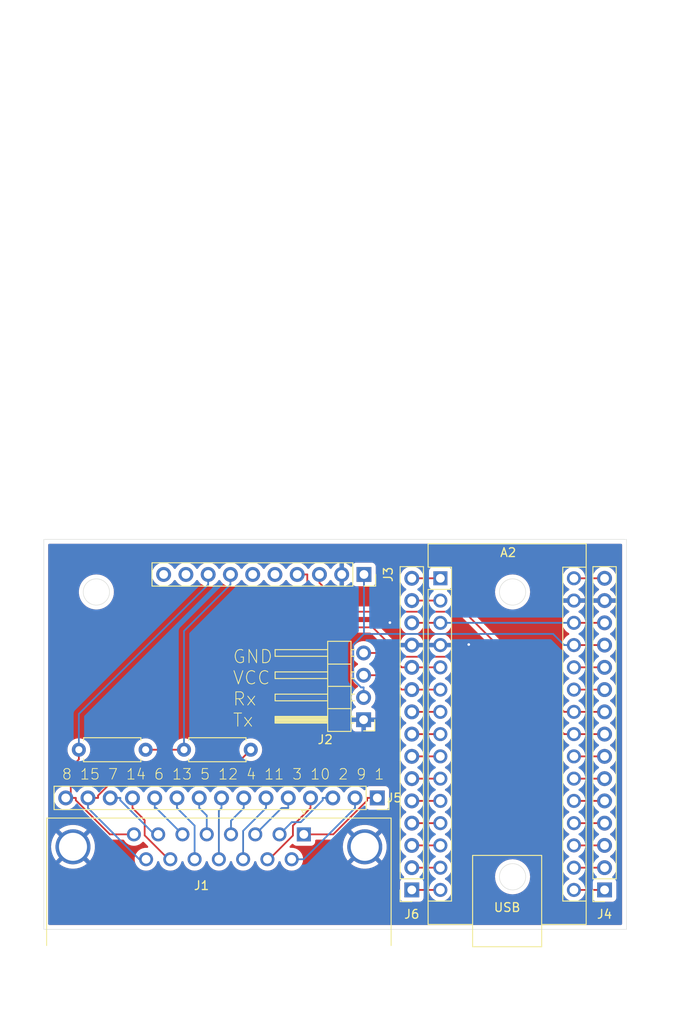
<source format=kicad_pcb>
(kicad_pcb (version 20240108) (generator "pcbnew") (generator_version "8.0")
  (layers (0 "F.Cu" signal) (31 "B.Cu" signal) (34 "B.Paste" user) (35 "F.Paste" user) (36 "B.SilkS" user "B.Silkscreen") (37 "F.SilkS" user "F.Silkscreen") (38 "B.Mask" user) (39 "F.Mask" user) (44 "Edge.Cuts" user))
  (net 0 "")
  (net 1 "GND")
  (net 2 "Net-(J4-Pin_13)")
  (net 3 "Net-(A2-D11)")
  (net 4 "Net-(A2-D5)")
  (net 5 "Net-(A2-D10)")
  (net 6 "Net-(A2-D0{slash}RX)")
  (net 7 "Net-(A2-A3)")
  (net 8 "Net-(A2-A2)")
  (net 9 "Net-(A2-A7)")
  (net 10 "Net-(A2-3V3)")
  (net 11 "Net-(A2-AREF)")
  (net 12 "Net-(A2-A1)")
  (net 13 "Net-(A2-VIN)")
  (net 14 "Net-(A2-D8)")
  (net 15 "Net-(J1-P15)")
  (net 16 "Net-(J3-Pin_8)")
  (net 17 "Net-(J3-Pin_7)")
  (net 22 "Net-(A2-D7)")
  (net 23 "Net-(A2-A0)")
  (net 24 "Net-(A2-D9)")
  (net 25 "Net-(A2-A6)")
  (net 26 "Net-(A2-D4)")
  (net 27 "Net-(A2-D6)")
  (net 28 "Net-(A2-D13)")
  (net 29 "Net-(A2-D1{slash}TX)")
  (net 30 "Net-(A2-D12)")
  (net 31 "Net-(J1-P14)")
  (net 32 "Net-(J5-Pin_5)")
  (net 33 "Net-(A2-A4)")
  (net 34 "Net-(A2-+5V)")
  (net 35 "Net-(A2-A5)")
  (net 36 "Net-(A2-D2)")
  (net 37 "Net-(A2-D3)")
  (net 38 "Net-(J1-P13)")
  (net 39 "Net-(J5-Pin_7)")
  (net 40 "Net-(J5-Pin_3)")
  (net 41 "Net-(J1-P9)")
  (net 42 "Net-(J1-P12)")
  (net 43 "Net-(J1-P111)")
  (net 44 "Net-(J5-Pin_1)")
  (net 45 "Net-(J1-P10)")
  (net 46 "Net-(J5-Pin_9)")
  (net 47 "Net-(J5-Pin_13)")
  (net 48 "Net-(J5-Pin_11)")
  (footprint "Connector_PinSocket_2.54mm:PinSocket_1x15_P2.54mm_Vertical" (layer "F.Cu") (at 128 123.5 180)
    (property "Reference" "J4" (at 0 -2.77 0) (layer "F.SilkS"))
    (property "Value" "Conn_01x15_Socket")
    (fp_line (start 1.33 1.27) (end 1.33 36.89) (stroke (width 0.12)) (layer "F.SilkS"))
    (fp_line (start 1.33 -1.33) (end 1.33 0) (stroke (width 0.12)) (layer "F.SilkS"))
    (fp_line (start 0 -1.33) (end 1.33 -1.33) (stroke (width 0.12)) (layer "F.SilkS"))
    (fp_line (start -1.33 36.89) (end 1.33 36.89) (stroke (width 0.12)) (layer "F.SilkS"))
    (fp_line (start -1.33 1.27) (end 1.33 1.27) (stroke (width 0.12)) (layer "F.SilkS"))
    (fp_line (start -1.33 1.27) (end -1.33 36.89) (stroke (width 0.12)) (layer "F.SilkS"))
    (pad "1" thru_hole rect (at 0 0 180) (size 1.7 1.7) (drill 1) (layers "*.Cu" "*.Mask") (net 28 "Net-(A2-D13)"))
    (pad "2" thru_hole oval (at 0 2.54 180) (size 1.7 1.7) (drill 1) (layers "*.Cu" "*.Mask") (net 10 "Net-(A2-3V3)"))
    (pad "3" thru_hole oval (at 0 5.08 180) (size 1.7 1.7) (drill 1) (layers "*.Cu" "*.Mask") (net 11 "Net-(A2-AREF)"))
    (pad "4" thru_hole oval (at 0 7.62 180) (size 1.7 1.7) (drill 1) (layers "*.Cu" "*.Mask") (net 23 "Net-(A2-A0)"))
    (pad "5" thru_hole oval (at 0 10.16 180) (size 1.7 1.7) (drill 1) (layers "*.Cu" "*.Mask") (net 12 "Net-(A2-A1)"))
    (pad "6" thru_hole oval (at 0 12.7 180) (size 1.7 1.7) (drill 1) (layers "*.Cu" "*.Mask") (net 8 "Net-(A2-A2)"))
    (pad "7" thru_hole oval (at 0 15.24 180) (size 1.7 1.7) (drill 1) (layers "*.Cu" "*.Mask") (net 7 "Net-(A2-A3)"))
    (pad "8" thru_hole oval (at 0 17.78 180) (size 1.7 1.7) (drill 1) (layers "*.Cu" "*.Mask") (net 33 "Net-(A2-A4)"))
    (pad "9" thru_hole oval (at 0 20.32 180) (size 1.7 1.7) (drill 1) (layers "*.Cu" "*.Mask") (net 35 "Net-(A2-A5)"))
    (pad "10" thru_hole oval (at 0 22.86 180) (size 1.7 1.7) (drill 1) (layers "*.Cu" "*.Mask") (net 25 "Net-(A2-A6)"))
    (pad "11" thru_hole oval (at 0 25.4 180) (size 1.7 1.7) (drill 1) (layers "*.Cu" "*.Mask") (net 9 "Net-(A2-A7)"))
    (pad "12" thru_hole oval (at 0 27.94 180) (size 1.7 1.7) (drill 1) (layers "*.Cu" "*.Mask") (net 34 "Net-(A2-+5V)"))
    (pad "13" thru_hole oval (at 0 30.48 180) (size 1.7 1.7) (drill 1) (layers "*.Cu" "*.Mask") (net 2 "Net-(J4-Pin_13)"))
    (pad "14" thru_hole oval (at 0 33.02 180) (size 1.7 1.7) (drill 1) (layers "*.Cu" "*.Mask") (net 1 "GND"))
    (pad "15" thru_hole oval (at 0 35.56 180) (size 1.7 1.7) (drill 1) (layers "*.Cu" "*.Mask") (net 13 "Net-(A2-VIN)"))
  )
  (footprint "Connector_PinSocket_2.54mm:PinSocket_1x15_P2.54mm_Vertical" (layer "F.Cu") (at 106 123.5 180)
    (property "Reference" "J6" (at 0 -2.77 0) (layer "F.SilkS"))
    (property "Value" "Conn_01x15_Socket")
    (fp_line (start 1.33 1.27) (end 1.33 36.89) (stroke (width 0.12)) (layer "F.SilkS"))
    (fp_line (start 1.33 -1.33) (end 1.33 0) (stroke (width 0.12)) (layer "F.SilkS"))
    (fp_line (start 0 -1.33) (end 1.33 -1.33) (stroke (width 0.12)) (layer "F.SilkS"))
    (fp_line (start -1.33 36.89) (end 1.33 36.89) (stroke (width 0.12)) (layer "F.SilkS"))
    (fp_line (start -1.33 1.27) (end 1.33 1.27) (stroke (width 0.12)) (layer "F.SilkS"))
    (fp_line (start -1.33 1.27) (end -1.33 36.89) (stroke (width 0.12)) (layer "F.SilkS"))
    (pad "1" thru_hole rect (at 0 0 180) (size 1.7 1.7) (drill 1) (layers "*.Cu" "*.Mask") (net 30 "Net-(A2-D12)"))
    (pad "2" thru_hole oval (at 0 2.54 180) (size 1.7 1.7) (drill 1) (layers "*.Cu" "*.Mask") (net 3 "Net-(A2-D11)"))
    (pad "3" thru_hole oval (at 0 5.08 180) (size 1.7 1.7) (drill 1) (layers "*.Cu" "*.Mask") (net 5 "Net-(A2-D10)"))
    (pad "4" thru_hole oval (at 0 7.62 180) (size 1.7 1.7) (drill 1) (layers "*.Cu" "*.Mask") (net 24 "Net-(A2-D9)"))
    (pad "5" thru_hole oval (at 0 10.16 180) (size 1.7 1.7) (drill 1) (layers "*.Cu" "*.Mask") (net 14 "Net-(A2-D8)"))
    (pad "6" thru_hole oval (at 0 12.7 180) (size 1.7 1.7) (drill 1) (layers "*.Cu" "*.Mask") (net 22 "Net-(A2-D7)"))
    (pad "7" thru_hole oval (at 0 15.24 180) (size 1.7 1.7) (drill 1) (layers "*.Cu" "*.Mask") (net 27 "Net-(A2-D6)"))
    (pad "8" thru_hole oval (at 0 17.78 180) (size 1.7 1.7) (drill 1) (layers "*.Cu" "*.Mask") (net 4 "Net-(A2-D5)"))
    (pad "9" thru_hole oval (at 0 20.32 180) (size 1.7 1.7) (drill 1) (layers "*.Cu" "*.Mask") (net 26 "Net-(A2-D4)"))
    (pad "10" thru_hole oval (at 0 22.86 180) (size 1.7 1.7) (drill 1) (layers "*.Cu" "*.Mask") (net 37 "Net-(A2-D3)"))
    (pad "11" thru_hole oval (at 0 25.4 180) (size 1.7 1.7) (drill 1) (layers "*.Cu" "*.Mask") (net 36 "Net-(A2-D2)"))
    (pad "12" thru_hole oval (at 0 27.94 180) (size 1.7 1.7) (drill 1) (layers "*.Cu" "*.Mask") (net 1 "GND"))
    (pad "13" thru_hole oval (at 0 30.48 180) (size 1.7 1.7) (drill 1) (layers "*.Cu" "*.Mask") (net 2 "Net-(J4-Pin_13)"))
    (pad "14" thru_hole oval (at 0 33.02 180) (size 1.7 1.7) (drill 1) (layers "*.Cu" "*.Mask") (net 6 "Net-(A2-D0{slash}RX)"))
    (pad "15" thru_hole oval (at 0 35.56 180) (size 1.7 1.7) (drill 1) (layers "*.Cu" "*.Mask") (net 29 "Net-(A2-D1{slash}TX)"))
  )
  (footprint "Connector_PinHeader_2.54mm:PinHeader_1x04_P2.54mm_Horizontal" (layer "F.Cu") (at 100.5 104.08 180)
    (property "Reference" "J2" (at 4.385 -2.27 180) (layer "F.SilkS"))
    (property "Value" "Conn_01x04_Pin")
    (fp_line (start 10.1 8) (end 4.1 8) (stroke (width 0.12)) (layer "F.SilkS"))
    (fp_line (start 10.1 7.24) (end 10.1 8) (stroke (width 0.12)) (layer "F.SilkS"))
    (fp_line (start 10.1 5.46) (end 4.1 5.46) (stroke (width 0.12)) (layer "F.SilkS"))
    (fp_line (start 10.1 4.7) (end 10.1 5.46) (stroke (width 0.12)) (layer "F.SilkS"))
    (fp_line (start 10.1 2.92) (end 4.1 2.92) (stroke (width 0.12)) (layer "F.SilkS"))
    (fp_line (start 10.1 2.16) (end 10.1 2.92) (stroke (width 0.12)) (layer "F.SilkS"))
    (fp_line (start 10.1 0.38) (end 4.1 0.38) (stroke (width 0.12)) (layer "F.SilkS"))
    (fp_line (start 10.1 -0.38) (end 10.1 0.38) (stroke (width 0.12)) (layer "F.SilkS"))
    (fp_line (start 4.1 8.95) (end 4.1 -1.33) (stroke (width 0.12)) (layer "F.SilkS"))
    (fp_line (start 4.1 7.24) (end 10.1 7.24) (stroke (width 0.12)) (layer "F.SilkS"))
    (fp_line (start 4.1 4.7) (end 10.1 4.7) (stroke (width 0.12)) (layer "F.SilkS"))
    (fp_line (start 4.1 2.16) (end 10.1 2.16) (stroke (width 0.12)) (layer "F.SilkS"))
    (fp_line (start 4.1 0.28) (end 10.1 0.28) (stroke (width 0.12)) (layer "F.SilkS"))
    (fp_line (start 4.1 0.16) (end 10.1 0.16) (stroke (width 0.12)) (layer "F.SilkS"))
    (fp_line (start 4.1 0.04) (end 10.1 0.04) (stroke (width 0.12)) (layer "F.SilkS"))
    (fp_line (start 4.1 -0.08) (end 10.1 -0.08) (stroke (width 0.12)) (layer "F.SilkS"))
    (fp_line (start 4.1 -0.2) (end 10.1 -0.2) (stroke (width 0.12)) (layer "F.SilkS"))
    (fp_line (start 4.1 -0.32) (end 10.1 -0.32) (stroke (width 0.12)) (layer "F.SilkS"))
    (fp_line (start 4.1 -0.38) (end 10.1 -0.38) (stroke (width 0.12)) (layer "F.SilkS"))
    (fp_line (start 4.1 -1.33) (end 1.44 -1.33) (stroke (width 0.12)) (layer "F.SilkS"))
    (fp_line (start 1.44 8.95) (end 4.1 8.95) (stroke (width 0.12)) (layer "F.SilkS"))
    (fp_line (start 1.44 6.35) (end 4.1 6.35) (stroke (width 0.12)) (layer "F.SilkS"))
    (fp_line (start 1.44 3.81) (end 4.1 3.81) (stroke (width 0.12)) (layer "F.SilkS"))
    (fp_line (start 1.44 1.27) (end 4.1 1.27) (stroke (width 0.12)) (layer "F.SilkS"))
    (fp_line (start 1.44 -1.33) (end 1.44 8.95) (stroke (width 0.12)) (layer "F.SilkS"))
    (fp_line (start 1.11 0.38) (end 1.44 0.38) (stroke (width 0.12)) (layer "F.SilkS"))
    (fp_line (start 1.11 -0.38) (end 1.44 -0.38) (stroke (width 0.12)) (layer "F.SilkS"))
    (fp_line (start 1.042929 8) (end 1.44 8) (stroke (width 0.12)) (layer "F.SilkS"))
    (fp_line (start 1.042929 7.24) (end 1.44 7.24) (stroke (width 0.12)) (layer "F.SilkS"))
    (fp_line (start 1.042929 5.46) (end 1.44 5.46) (stroke (width 0.12)) (layer "F.SilkS"))
    (fp_line (start 1.042929 4.7) (end 1.44 4.7) (stroke (width 0.12)) (layer "F.SilkS"))
    (fp_line (start 1.042929 2.92) (end 1.44 2.92) (stroke (width 0.12)) (layer "F.SilkS"))
    (fp_line (start 1.042929 2.16) (end 1.44 2.16) (stroke (width 0.12)) (layer "F.SilkS"))
    (fp_line (start -1.27 0) (end -1.27 -1.27) (stroke (width 0.12)) (layer "F.SilkS"))
    (fp_line (start -1.27 -1.27) (end 0 -1.27) (stroke (width 0.12)) (layer "F.SilkS"))
    (pad "1" thru_hole rect (at 0 0 180) (size 1.7 1.7) (drill 1) (layers "*.Cu" "*.Mask") (net 1 "GND"))
    (pad "2" thru_hole oval (at 0 2.54 180) (size 1.7 1.7) (drill 1) (layers "*.Cu" "*.Mask") (net 34 "Net-(A2-+5V)"))
    (pad "3" thru_hole oval (at 0 5.08 180) (size 1.7 1.7) (drill 1) (layers "*.Cu" "*.Mask") (net 37 "Net-(A2-D3)"))
    (pad "4" thru_hole oval (at 0 7.62 180) (size 1.7 1.7) (drill 1) (layers "*.Cu" "*.Mask") (net 36 "Net-(A2-D2)"))
  )
  (footprint "Connector_PinSocket_2.54mm:PinSocket_1x10_P2.54mm_Vertical" (layer "F.Cu") (at 100.54 87.5 -90)
    (property "Reference" "J3" (at 0 -2.77 90) (layer "F.SilkS"))
    (property "Value" "Conn_01x10_Socket")
    (fp_line (start -1.33 24.19) (end 1.33 24.19) (stroke (width 0.12)) (layer "F.SilkS"))
    (fp_line (start -1.33 1.27) (end -1.33 24.19) (stroke (width 0.12)) (layer "F.SilkS"))
    (fp_line (start -1.33 1.27) (end 1.33 1.27) (stroke (width 0.12)) (layer "F.SilkS"))
    (fp_line (start 1.33 1.27) (end 1.33 24.19) (stroke (width 0.12)) (layer "F.SilkS"))
    (fp_line (start 0 -1.33) (end 1.33 -1.33) (stroke (width 0.12)) (layer "F.SilkS"))
    (fp_line (start 1.33 -1.33) (end 1.33 0) (stroke (width 0.12)) (layer "F.SilkS"))
    (pad "1" thru_hole rect (at 0 0 270) (size 1.7 1.7) (drill 1) (layers "*.Cu" "*.Mask") (net 34 "Net-(A2-+5V)"))
    (pad "2" thru_hole oval (at 0 2.54 270) (size 1.7 1.7) (drill 1) (layers "*.Cu" "*.Mask") (net 1 "GND"))
    (pad "3" thru_hole oval (at 0 5.08 270) (size 1.7 1.7) (drill 1) (layers "*.Cu" "*.Mask") (net 35 "Net-(A2-A5)"))
    (pad "4" thru_hole oval (at 0 7.62 270) (size 1.7 1.7) (drill 1) (layers "*.Cu" "*.Mask") (net 33 "Net-(A2-A4)"))
    (pad "5" thru_hole oval (at 0 10.16 270) (size 1.7 1.7) (drill 1) (layers "*.Cu" "*.Mask"))
    (pad "6" thru_hole oval (at 0 12.7 270) (size 1.7 1.7) (drill 1) (layers "*.Cu" "*.Mask"))
    (pad "7" thru_hole oval (at 0 15.24 270) (size 1.7 1.7) (drill 1) (layers "*.Cu" "*.Mask") (net 17 "Net-(J3-Pin_7)"))
    (pad "8" thru_hole oval (at 0 17.78 270) (size 1.7 1.7) (drill 1) (layers "*.Cu" "*.Mask") (net 16 "Net-(J3-Pin_8)"))
    (pad "9" thru_hole oval (at 0 20.32 270) (size 1.7 1.7) (drill 1) (layers "*.Cu" "*.Mask"))
    (pad "10" thru_hole oval (at 0 22.86 270) (size 1.7 1.7) (drill 1) (layers "*.Cu" "*.Mask"))
  )
  (footprint "Connector_PinSocket_2.54mm:PinSocket_1x15_P2.54mm_Vertical" (layer "F.Cu") (at 102.06 113 -90)
    (property "Reference" "J5" (at 0 -1.94 180) (layer "F.SilkS"))
    (property "Value" "Conn_01x15_Socket_SubD15_Header")
    (fp_line (start -1.33 36.89) (end 1.33 36.89) (stroke (width 0.12)) (layer "F.SilkS"))
    (fp_line (start -1.33 1.27) (end -1.33 36.89) (stroke (width 0.12)) (layer "F.SilkS"))
    (fp_line (start -1.33 1.27) (end 1.33 1.27) (stroke (width 0.12)) (layer "F.SilkS"))
    (fp_line (start 1.33 1.27) (end 1.33 36.89) (stroke (width 0.12)) (layer "F.SilkS"))
    (fp_line (start 0 -1.33) (end 1.33 -1.33) (stroke (width 0.12)) (layer "F.SilkS"))
    (fp_line (start 1.33 -1.33) (end 1.33 0) (stroke (width 0.12)) (layer "F.SilkS"))
    (pad "1" thru_hole rect (at 0 0 270) (size 1.7 1.7) (drill 1) (layers "*.Cu" "*.Mask") (net 44 "Net-(J5-Pin_1)"))
    (pad "2" thru_hole oval (at 0 2.54 270) (size 1.7 1.7) (drill 1) (layers "*.Cu" "*.Mask") (net 41 "Net-(J1-P9)"))
    (pad "3" thru_hole oval (at 0 5.08 270) (size 1.7 1.7) (drill 1) (layers "*.Cu" "*.Mask") (net 40 "Net-(J5-Pin_3)"))
    (pad "4" thru_hole oval (at 0 7.62 270) (size 1.7 1.7) (drill 1) (layers "*.Cu" "*.Mask") (net 45 "Net-(J1-P10)"))
    (pad "5" thru_hole oval (at 0 10.16 270) (size 1.7 1.7) (drill 1) (layers "*.Cu" "*.Mask") (net 32 "Net-(J5-Pin_5)"))
    (pad "6" thru_hole oval (at 0 12.7 270) (size 1.7 1.7) (drill 1) (layers "*.Cu" "*.Mask") (net 43 "Net-(J1-P111)"))
    (pad "7" thru_hole oval (at 0 15.24 270) (size 1.7 1.7) (drill 1) (layers "*.Cu" "*.Mask") (net 39 "Net-(J5-Pin_7)"))
    (pad "8" thru_hole oval (at 0 17.78 270) (size 1.7 1.7) (drill 1) (layers "*.Cu" "*.Mask") (net 42 "Net-(J1-P12)"))
    (pad "9" thru_hole oval (at 0 20.32 270) (size 1.7 1.7) (drill 1) (layers "*.Cu" "*.Mask") (net 46 "Net-(J5-Pin_9)"))
    (pad "10" thru_hole oval (at 0 22.86 270) (size 1.7 1.7) (drill 1) (layers "*.Cu" "*.Mask") (net 38 "Net-(J1-P13)"))
    (pad "11" thru_hole oval (at 0 25.4 270) (size 1.7 1.7) (drill 1) (layers "*.Cu" "*.Mask") (net 48 "Net-(J5-Pin_11)"))
    (pad "12" thru_hole oval (at 0 27.94 270) (size 1.7 1.7) (drill 1) (layers "*.Cu" "*.Mask") (net 31 "Net-(J1-P14)"))
    (pad "13" thru_hole oval (at 0 30.48 270) (size 1.7 1.7) (drill 1) (layers "*.Cu" "*.Mask") (net 47 "Net-(J5-Pin_13)"))
    (pad "14" thru_hole oval (at 0 33.02 270) (size 1.7 1.7) (drill 1) (layers "*.Cu" "*.Mask") (net 15 "Net-(J1-P15)"))
    (pad "15" thru_hole oval (at 0 35.56 270) (size 1.7 1.7) (drill 1) (layers "*.Cu" "*.Mask") (net 16 "Net-(J3-Pin_8)"))
  )
  (footprint "Resistor_THT:R_Axial_DIN0207_L6.3mm_D2.5mm_P7.62mm_Horizontal" (layer "F.Cu") (at 87.62 107.5 180)
    (property "Reference" "R1" (hide yes))
    (property "Value" "R")
    (fp_line (start 7.08 1.37) (end 7.08 1.04) (stroke (width 0.12)) (layer "F.SilkS"))
    (fp_line (start 7.08 -1.37) (end 7.08 -1.04) (stroke (width 0.12)) (layer "F.SilkS"))
    (fp_line (start 0.54 1.37) (end 7.08 1.37) (stroke (width 0.12)) (layer "F.SilkS"))
    (fp_line (start 0.54 1.04) (end 0.54 1.37) (stroke (width 0.12)) (layer "F.SilkS"))
    (fp_line (start 0.54 -1.04) (end 0.54 -1.37) (stroke (width 0.12)) (layer "F.SilkS"))
    (fp_line (start 0.54 -1.37) (end 7.08 -1.37) (stroke (width 0.12)) (layer "F.SilkS"))
    (pad "1" thru_hole circle (at 0 0 180) (size 1.6 1.6) (drill 0.8) (layers "*.Cu" "*.Mask") (net 15 "Net-(J1-P15)"))
    (pad "2" thru_hole oval (at 7.62 0 180) (size 1.6 1.6) (drill 0.8) (layers "*.Cu" "*.Mask") (net 17 "Net-(J3-Pin_7)"))
  )
  (footprint "Connector_Dsub:DSUB-15_Female_Horizontal_P2.77x2.84mm_EdgePinOffset9.90mm_Housed_MountingHolesOffset11.32mm" (layer "F.Cu") (at 93.675 117.16)
    (property "Reference" "J1" (at -11.675 5.84 0) (layer "F.SilkS"))
    (property "Value" "DA15_Receptacle_MountingHoles")
    (fp_line (start -29.355 -1.86) (end 9.965 -1.86) (stroke (width 0.12)) (layer "F.SilkS"))
    (fp_line (start -29.355 12.68) (end -29.355 -1.86) (stroke (width 0.12)) (layer "F.SilkS"))
    (fp_line (start -0.25 -2.754338) (end 0.25 -2.754338) (stroke (width 0.12)) (layer "F.SilkS"))
    (fp_line (start 0 -2.321325) (end -0.25 -2.754338) (stroke (width 0.12)) (layer "F.SilkS"))
    (fp_line (start 0.25 -2.754338) (end 0 -2.321325) (stroke (width 0.12)) (layer "F.SilkS"))
    (fp_line (start 9.965 -1.86) (end 9.965 12.68) (stroke (width 0.12)) (layer "F.SilkS"))
    (pad "0" thru_hole circle (at -26.345 1.42) (size 4 4) (drill 3.2) (layers "*.Cu" "*.Mask") (net 1 "GND"))
    (pad "0" thru_hole circle (at 6.955 1.42) (size 4 4) (drill 3.2) (layers "*.Cu" "*.Mask") (net 1 "GND"))
    (pad "1" thru_hole rect (at 0 0) (size 1.6 1.6) (drill 1) (layers "*.Cu" "*.Mask") (net 44 "Net-(J5-Pin_1)"))
    (pad "2" thru_hole circle (at -2.77 0) (size 1.6 1.6) (drill 1) (layers "*.Cu" "*.Mask") (net 40 "Net-(J5-Pin_3)"))
    (pad "3" thru_hole circle (at -5.54 0) (size 1.6 1.6) (drill 1) (layers "*.Cu" "*.Mask") (net 32 "Net-(J5-Pin_5)"))
    (pad "4" thru_hole circle (at -8.31 0) (size 1.6 1.6) (drill 1) (layers "*.Cu" "*.Mask") (net 39 "Net-(J5-Pin_7)"))
    (pad "5" thru_hole circle (at -11.08 0) (size 1.6 1.6) (drill 1) (layers "*.Cu" "*.Mask") (net 46 "Net-(J5-Pin_9)"))
    (pad "6" thru_hole circle (at -13.85 0) (size 1.6 1.6) (drill 1) (layers "*.Cu" "*.Mask") (net 48 "Net-(J5-Pin_11)"))
    (pad "7" thru_hole circle (at -16.62 0) (size 1.6 1.6) (drill 1) (layers "*.Cu" "*.Mask") (net 47 "Net-(J5-Pin_13)"))
    (pad "8" thru_hole circle (at -19.39 0) (size 1.6 1.6) (drill 1) (layers "*.Cu" "*.Mask") (net 16 "Net-(J3-Pin_8)"))
    (pad "9" thru_hole circle (at -1.385 2.84) (size 1.6 1.6) (drill 1) (layers "*.Cu" "*.Mask") (net 41 "Net-(J1-P9)"))
    (pad "10" thru_hole circle (at -4.155 2.84) (size 1.6 1.6) (drill 1) (layers "*.Cu" "*.Mask") (net 45 "Net-(J1-P10)"))
    (pad "11" thru_hole circle (at -6.925 2.84) (size 1.6 1.6) (drill 1) (layers "*.Cu" "*.Mask") (net 43 "Net-(J1-P111)"))
    (pad "12" thru_hole circle (at -9.695 2.84) (size 1.6 1.6) (drill 1) (layers "*.Cu" "*.Mask") (net 42 "Net-(J1-P12)"))
    (pad "13" thru_hole circle (at -12.465 2.84) (size 1.6 1.6) (drill 1) (layers "*.Cu" "*.Mask") (net 38 "Net-(J1-P13)"))
    (pad "14" thru_hole circle (at -15.235 2.84) (size 1.6 1.6) (drill 1) (layers "*.Cu" "*.Mask") (net 31 "Net-(J1-P14)"))
    (pad "15" thru_hole circle (at -18.005 2.84) (size 1.6 1.6) (drill 1) (layers "*.Cu" "*.Mask") (net 15 "Net-(J1-P15)"))
  )
  (footprint "Module:Arduino_Nano" (layer "F.Cu") (at 109.26 87.94)
    (property "Reference" "A2" (at 7.74 -2.94 0) (layer "F.SilkS"))
    (property "Value" "Arduino_Nano_v3.x")
    (fp_line (start -1.4 -3.94) (end -1.4 -1.27) (stroke (width 0.12)) (layer "F.SilkS"))
    (fp_line (start -1.4 1.27) (end -1.4 39.5) (stroke (width 0.12)) (layer "F.SilkS"))
    (fp_line (start -1.4 39.5) (end 3.68 39.5) (stroke (width 0.12)) (layer "F.SilkS"))
    (fp_line (start 1.27 -1.27) (end -1.4 -1.27) (stroke (width 0.12)) (layer "F.SilkS"))
    (fp_line (start 1.27 1.27) (end -1.4 1.27) (stroke (width 0.12)) (layer "F.SilkS"))
    (fp_line (start 1.27 1.27) (end 1.27 -1.27) (stroke (width 0.12)) (layer "F.SilkS"))
    (fp_line (start 1.27 1.27) (end 1.27 36.83) (stroke (width 0.12)) (layer "F.SilkS"))
    (fp_line (start 1.27 36.83) (end -1.4 36.83) (stroke (width 0.12)) (layer "F.SilkS"))
    (fp_line (start 3.68 31.62) (end 11.56 31.62) (stroke (width 0.12)) (layer "F.SilkS"))
    (fp_line (start 3.68 42.04) (end 3.68 31.62) (stroke (width 0.12)) (layer "F.SilkS"))
    (fp_line (start 11.56 31.62) (end 11.56 42.04) (stroke (width 0.12)) (layer "F.SilkS"))
    (fp_line (start 11.56 42.04) (end 3.68 42.04) (stroke (width 0.12)) (layer "F.SilkS"))
    (fp_line (start 13.97 -1.27) (end 13.97 36.83) (stroke (width 0.12)) (layer "F.SilkS"))
    (fp_line (start 13.97 -1.27) (end 16.64 -1.27) (stroke (width 0.12)) (layer "F.SilkS"))
    (fp_line (start 13.97 36.83) (end 16.64 36.83) (stroke (width 0.12)) (layer "F.SilkS"))
    (fp_line (start 16.64 -3.94) (end -1.4 -3.94) (stroke (width 0.12)) (layer "F.SilkS"))
    (fp_line (start 16.64 39.5) (end 11.56 39.5) (stroke (width 0.12)) (layer "F.SilkS"))
    (fp_line (start 16.64 39.5) (end 16.64 -3.94) (stroke (width 0.12)) (layer "F.SilkS"))
    (fp_text user "USB" (at 7.62 37.56 0) (layer "F.SilkS"))
    (pad "1" thru_hole rect (at 0 0) (size 1.6 1.6) (drill 1) (layers "*.Cu" "*.Mask") (net 29 "Net-(A2-D1{slash}TX)"))
    (pad "2" thru_hole oval (at 0 2.54) (size 1.6 1.6) (drill 1) (layers "*.Cu" "*.Mask") (net 6 "Net-(A2-D0{slash}RX)"))
    (pad "3" thru_hole oval (at 0 5.08) (size 1.6 1.6) (drill 1) (layers "*.Cu" "*.Mask") (net 2 "Net-(J4-Pin_13)"))
    (pad "4" thru_hole oval (at 0 7.62) (size 1.6 1.6) (drill 1) (layers "*.Cu" "*.Mask") (net 1 "GND"))
    (pad "5" thru_hole oval (at 0 10.16) (size 1.6 1.6) (drill 1) (layers "*.Cu" "*.Mask") (net 36 "Net-(A2-D2)"))
    (pad "6" thru_hole oval (at 0 12.7) (size 1.6 1.6) (drill 1) (layers "*.Cu" "*.Mask") (net 37 "Net-(A2-D3)"))
    (pad "7" thru_hole oval (at 0 15.24) (size 1.6 1.6) (drill 1) (layers "*.Cu" "*.Mask") (net 26 "Net-(A2-D4)"))
    (pad "8" thru_hole oval (at 0 17.78) (size 1.6 1.6) (drill 1) (layers "*.Cu" "*.Mask") (net 4 "Net-(A2-D5)"))
    (pad "9" thru_hole oval (at 0 20.32) (size 1.6 1.6) (drill 1) (layers "*.Cu" "*.Mask") (net 27 "Net-(A2-D6)"))
    (pad "10" thru_hole oval (at 0 22.86) (size 1.6 1.6) (drill 1) (layers "*.Cu" "*.Mask") (net 22 "Net-(A2-D7)"))
    (pad "11" thru_hole oval (at 0 25.4) (size 1.6 1.6) (drill 1) (layers "*.Cu" "*.Mask") (net 14 "Net-(A2-D8)"))
    (pad "12" thru_hole oval (at 0 27.94) (size 1.6 1.6) (drill 1) (layers "*.Cu" "*.Mask") (net 24 "Net-(A2-D9)"))
    (pad "13" thru_hole oval (at 0 30.48) (size 1.6 1.6) (drill 1) (layers "*.Cu" "*.Mask") (net 5 "Net-(A2-D10)"))
    (pad "14" thru_hole oval (at 0 33.02) (size 1.6 1.6) (drill 1) (layers "*.Cu" "*.Mask") (net 3 "Net-(A2-D11)"))
    (pad "15" thru_hole oval (at 0 35.56) (size 1.6 1.6) (drill 1) (layers "*.Cu" "*.Mask") (net 30 "Net-(A2-D12)"))
    (pad "16" thru_hole oval (at 15.24 35.56) (size 1.6 1.6) (drill 1) (layers "*.Cu" "*.Mask") (net 28 "Net-(A2-D13)"))
    (pad "17" thru_hole oval (at 15.24 33.02) (size 1.6 1.6) (drill 1) (layers "*.Cu" "*.Mask") (net 10 "Net-(A2-3V3)"))
    (pad "18" thru_hole oval (at 15.24 30.48) (size 1.6 1.6) (drill 1) (layers "*.Cu" "*.Mask") (net 11 "Net-(A2-AREF)"))
    (pad "19" thru_hole oval (at 15.24 27.94) (size 1.6 1.6) (drill 1) (layers "*.Cu" "*.Mask") (net 23 "Net-(A2-A0)"))
    (pad "20" thru_hole oval (at 15.24 25.4) (size 1.6 1.6) (drill 1) (layers "*.Cu" "*.Mask") (net 12 "Net-(A2-A1)"))
    (pad "21" thru_hole oval (at 15.24 22.86) (size 1.6 1.6) (drill 1) (layers "*.Cu" "*.Mask") (net 8 "Net-(A2-A2)"))
    (pad "22" thru_hole oval (at 15.24 20.32) (size 1.6 1.6) (drill 1) (layers "*.Cu" "*.Mask") (net 7 "Net-(A2-A3)"))
    (pad "23" thru_hole oval (at 15.24 17.78) (size 1.6 1.6) (drill 1) (layers "*.Cu" "*.Mask") (net 33 "Net-(A2-A4)"))
    (pad "24" thru_hole oval (at 15.24 15.24) (size 1.6 1.6) (drill 1) (layers "*.Cu" "*.Mask") (net 35 "Net-(A2-A5)"))
    (pad "25" thru_hole oval (at 15.24 12.7) (size 1.6 1.6) (drill 1) (layers "*.Cu" "*.Mask") (net 25 "Net-(A2-A6)"))
    (pad "26" thru_hole oval (at 15.24 10.16) (size 1.6 1.6) (drill 1) (layers "*.Cu" "*.Mask") (net 9 "Net-(A2-A7)"))
    (pad "27" thru_hole oval (at 15.24 7.62) (size 1.6 1.6) (drill 1) (layers "*.Cu" "*.Mask") (net 34 "Net-(A2-+5V)"))
    (pad "28" thru_hole oval (at 15.24 5.08) (size 1.6 1.6) (drill 1) (layers "*.Cu" "*.Mask") (net 2 "Net-(J4-Pin_13)"))
    (pad "29" thru_hole oval (at 15.24 2.54) (size 1.6 1.6) (drill 1) (layers "*.Cu" "*.Mask") (net 1 "GND"))
    (pad "30" thru_hole oval (at 15.24 0) (size 1.6 1.6) (drill 1) (layers "*.Cu" "*.Mask") (net 13 "Net-(A2-VIN)"))
  )
  (footprint "Resistor_THT:R_Axial_DIN0207_L6.3mm_D2.5mm_P7.62mm_Horizontal" (layer "F.Cu") (at 75.62 107.5 180)
    (property "Reference" "R2" (hide yes))
    (property "Value" "R")
    (fp_line (start 7.08 1.37) (end 7.08 1.04) (stroke (width 0.12)) (layer "F.SilkS"))
    (fp_line (start 7.08 -1.37) (end 7.08 -1.04) (stroke (width 0.12)) (layer "F.SilkS"))
    (fp_line (start 0.54 1.37) (end 7.08 1.37) (stroke (width 0.12)) (layer "F.SilkS"))
    (fp_line (start 0.54 1.04) (end 0.54 1.37) (stroke (width 0.12)) (layer "F.SilkS"))
    (fp_line (start 0.54 -1.04) (end 0.54 -1.37) (stroke (width 0.12)) (layer "F.SilkS"))
    (fp_line (start 0.54 -1.37) (end 7.08 -1.37) (stroke (width 0.12)) (layer "F.SilkS"))
    (pad "1" thru_hole circle (at 0 0 180) (size 1.6 1.6) (drill 0.8) (layers "*.Cu" "*.Mask") (net 17 "Net-(J3-Pin_7)"))
    (pad "2" thru_hole oval (at 7.62 0 180) (size 1.6 1.6) (drill 0.8) (layers "*.Cu" "*.Mask") (net 16 "Net-(J3-Pin_8)"))
  )
  (gr_circle (center 117.5 89.5) (end 119 89.5) (stroke (width 0.05)) (fill none) (layer "Edge.Cuts"))
  (gr_circle (center 70 89.5) (end 71.5 89.5) (stroke (width 0.05)) (fill none) (layer "Edge.Cuts"))
  (gr_rect (start 64 83.5) (end 130.5 128) (stroke (width 0.05)) (fill none) (layer "Edge.Cuts"))
  (gr_circle (center 117.5 122) (end 119 122) (stroke (width 0.05)) (fill none) (layer "Edge.Cuts"))
  (gr_text "8 15 7 14 6 13 5 12 4 11 3 10 2 9 1" (at 66 111 0) (layer "F.SilkS") (effects (font (size 1.2 1.2) (thickness 0.1)) (justify left bottom)))
  (gr_text "GND\nVCC\nRx\nTx" (at 85.5 105 0) (layer "F.SilkS") (effects (font (size 1.5 1.5) (thickness 0.1)) (justify left bottom)))
  (via (at 103.5 93) (size 0.6) (drill 0.3) (layers "F.Cu" "B.Cu") (net 1))
  (via (at 112.5 95.5) (size 0.6) (drill 0.3) (layers "F.Cu" "B.Cu") (net 1))
  (segment (start 109.26 93.02) (end 106 93.02) (width 0.2) (layer "F.Cu") (net 2))
  (segment (start 124.5 93.02) (end 128 93.02) (width 0.2) (layer "F.Cu") (net 2))
  (segment (start 124.5 93.02) (end 109.26 93.02) (width 0.2) (layer "B.Cu") (net 2))
  (segment (start 109.26 120.96) (end 106 120.96) (width 0.2) (layer "F.Cu") (net 3))
  (segment (start 109.26 105.72) (end 106 105.72) (width 0.2) (layer "F.Cu") (net 4))
  (segment (start 109.26 118.42) (end 106 118.42) (width 0.2) (layer "F.Cu") (net 5))
  (segment (start 109.26 90.48) (end 106 90.48) (width 0.2) (layer "F.Cu") (net 6))
  (segment (start 124.5 108.26) (end 128 108.26) (width 0.2) (layer "F.Cu") (net 7))
  (segment (start 124.5 110.8) (end 128 110.8) (width 0.2) (layer "F.Cu") (net 8))
  (segment (start 124.5 98.1) (end 128 98.1) (width 0.2) (layer "F.Cu") (net 9))
  (segment (start 124.5 120.96) (end 128 120.96) (width 0.2) (layer "F.Cu") (net 10))
  (segment (start 124.5 118.42) (end 128 118.42) (width 0.2) (layer "F.Cu") (net 11))
  (segment (start 124.5 113.34) (end 128 113.34) (width 0.2) (layer "F.Cu") (net 12))
  (segment (start 124.5 87.94) (end 128 87.94) (width 0.2) (layer "F.Cu") (net 13))
  (segment (start 109.26 113.34) (end 106 113.34) (width 0.2) (layer "F.Cu") (net 14))
  (segment (start 71.9956 110.9276) (end 70.1917 112.7315) (width 0.2) (layer "F.Cu") (net 15))
  (segment (start 84.1924 110.9276) (end 71.9956 110.9276) (width 0.2) (layer "F.Cu") (net 15))
  (segment (start 70.1917 112.7315) (end 70.1917 113) (width 0.2) (layer "F.Cu") (net 15))
  (segment (start 87.62 107.5) (end 84.1924 110.9276) (width 0.2) (layer "F.Cu") (net 15))
  (segment (start 69.04 113) (end 70.1917 113) (width 0.2) (layer "F.Cu") (net 15))
  (segment (start 69.04 113) (end 69.04 114.1517) (width 0.2) (layer "B.Cu") (net 15))
  (segment (start 75.67 120) (end 74.8883 120) (width 0.2) (layer "B.Cu") (net 15))
  (segment (start 74.8883 120) (end 69.04 114.1517) (width 0.2) (layer "B.Cu") (net 15))
  (segment (start 67.0759 113) (end 67.0759 109.5258) (width 0.2) (layer "F.Cu") (net 16))
  (segment (start 68 107.5) (end 68 108.6017) (width 0.2) (layer "F.Cu") (net 16))
  (segment (start 66.5 113) (end 67.0759 113) (width 0.2) (layer "F.Cu") (net 16))
  (segment (start 67.0759 109.5258) (end 68 108.6017) (width 0.2) (layer "F.Cu") (net 16))
  (segment (start 67.6517 113.2685) (end 67.6517 113) (width 0.2) (layer "F.Cu") (net 16))
  (segment (start 67.0759 113) (end 67.6517 113) (width 0.2) (layer "F.Cu") (net 16))
  (segment (start 71.5432 117.16) (end 67.6517 113.2685) (width 0.2) (layer "F.Cu") (net 16))
  (segment (start 74.285 117.16) (end 71.5432 117.16) (width 0.2) (layer "F.Cu") (net 16))
  (segment (start 82.76 87.5) (end 82.76 88.6517) (width 0.2) (layer "B.Cu") (net 16))
  (segment (start 82.76 88.6517) (end 68 103.4117) (width 0.2) (layer "B.Cu") (net 16))
  (segment (start 68 103.4117) (end 68 107.5) (width 0.2) (layer "B.Cu") (net 16))
  (segment (start 80 107.5) (end 75.62 107.5) (width 0.2) (layer "F.Cu") (net 17))
  (segment (start 85.3 87.5) (end 85.3 88.6517) (width 0.2) (layer "B.Cu") (net 17))
  (segment (start 85.3 88.6517) (end 80 93.9517) (width 0.2) (layer "B.Cu") (net 17))
  (segment (start 80 93.9517) (end 80 107.5) (width 0.2) (layer "B.Cu") (net 17))
  (segment (start 109.26 110.8) (end 106 110.8) (width 0.2) (layer "F.Cu") (net 22))
  (segment (start 124.5 115.88) (end 128 115.88) (width 0.2) (layer "F.Cu") (net 23))
  (segment (start 109.26 115.88) (end 106 115.88) (width 0.2) (layer "F.Cu") (net 24))
  (segment (start 124.5 100.64) (end 128 100.64) (width 0.2) (layer "F.Cu") (net 25))
  (segment (start 109.26 103.18) (end 106 103.18) (width 0.2) (layer "F.Cu") (net 26))
  (segment (start 109.26 108.26) (end 106 108.26) (width 0.2) (layer "F.Cu") (net 27))
  (segment (start 124.5 123.5) (end 128 123.5) (width 0.2) (layer "F.Cu") (net 28))
  (segment (start 109.26 87.94) (end 106 87.94) (width 0.2) (layer "F.Cu") (net 29))
  (segment (start 109.26 123.5) (end 106 123.5) (width 0.2) (layer "F.Cu") (net 30))
  (segment (start 78.44 120) (end 78.2361 120) (width 0.2) (layer "F.Cu") (net 31))
  (segment (start 75.5098 115.5415) (end 74.12 114.1517) (width 0.2) (layer "F.Cu") (net 31))
  (segment (start 78.2361 120) (end 75.5098 117.2737) (width 0.2) (layer "F.Cu") (net 31))
  (segment (start 74.12 113) (end 74.12 114.1517) (width 0.2) (layer "F.Cu") (net 31))
  (segment (start 75.5098 117.2737) (end 75.5098 115.5415) (width 0.2) (layer "F.Cu") (net 31))
  (segment (start 91.9 113) (end 91.9 114.1517) (width 0.2) (layer "B.Cu") (net 32))
  (segment (start 91.1433 114.1517) (end 91.9 114.1517) (width 0.2) (layer "B.Cu") (net 32))
  (segment (start 88.135 117.16) (end 91.1433 114.1517) (width 0.2) (layer "B.Cu") (net 32))
  (segment (start 97.0378 93.5378) (end 94.0717 90.5717) (width 0.2) (layer "F.Cu") (net 33))
  (segment (start 114.5683 96.89) (end 104.89 96.89) (width 0.2) (layer "F.Cu") (net 33))
  (segment (start 123.3983 105.72) (end 114.5683 96.89) (width 0.2) (layer "F.Cu") (net 33))
  (segment (start 94.0717 87.5) (end 92.92 87.5) (width 0.2) (layer "F.Cu") (net 33))
  (segment (start 94.0717 90.5717) (end 94.0717 87.5) (width 0.2) (layer "F.Cu") (net 33))
  (segment (start 101.5378 93.5378) (end 97.0378 93.5378) (width 0.2) (layer "F.Cu") (net 33))
  (segment (start 104.89 96.89) (end 101.5378 93.5378) (width 0.2) (layer "F.Cu") (net 33))
  (segment (start 128 105.72) (end 124.5 105.72) (width 0.2) (layer "F.Cu") (net 33))
  (segment (start 124.5 105.72) (end 123.3983 105.72) (width 0.2) (layer "F.Cu") (net 33))
  (segment (start 124.5 95.56) (end 128 95.56) (width 0.2) (layer "F.Cu") (net 34))
  (segment (start 99.3189 95.5111) (end 100.54 94.29) (width 0.2) (layer "B.Cu") (net 34))
  (segment (start 122.1283 94.29) (end 123.3983 95.56) (width 0.2) (layer "B.Cu") (net 34))
  (segment (start 100.5 100.3883) (end 100.2121 100.3883) (width 0.2) (layer "B.Cu") (net 34))
  (segment (start 124.5 95.56) (end 123.3983 95.56) (width 0.2) (layer "B.Cu") (net 34))
  (segment (start 100.5 101.54) (end 100.5 100.3883) (width 0.2) (layer "B.Cu") (net 34))
  (segment (start 100.2121 100.3883) (end 99.3189 99.4951) (width 0.2) (layer "B.Cu") (net 34))
  (segment (start 100.54 94.29) (end 122.1283 94.29) (width 0.2) (layer "B.Cu") (net 34))
  (segment (start 100.54 87.5) (end 100.54 94.29) (width 0.2) (layer "B.Cu") (net 34))
  (segment (start 99.3189 99.4951) (end 99.3189 95.5111) (width 0.2) (layer "B.Cu") (net 34))
  (segment (start 124.5 103.18) (end 128 103.18) (width 0.2) (layer "F.Cu") (net 35))
  (segment (start 123.3942 103.18) (end 124.5 103.18) (width 0.2) (layer "F.Cu") (net 35))
  (segment (start 95.46 88.46) (end 98.75 91.75) (width 0.2) (layer "F.Cu") (net 35))
  (segment (start 95.46 87.5) (end 95.46 88.46) (width 0.2) (layer "F.Cu") (net 35))
  (segment (start 98.75 91.75) (end 111.9642 91.75) (width 0.2) (layer "F.Cu") (net 35))
  (segment (start 111.9642 91.75) (end 123.3942 103.18) (width 0.2) (layer "F.Cu") (net 35))
  (segment (start 106 98.1) (end 104.8483 98.1) (width 0.2) (layer "F.Cu") (net 36))
  (segment (start 103.2083 96.46) (end 104.8483 98.1) (width 0.2) (layer "F.Cu") (net 36))
  (segment (start 109.26 98.1) (end 106 98.1) (width 0.2) (layer "F.Cu") (net 36))
  (segment (start 100.5 96.46) (end 103.2083 96.46) (width 0.2) (layer "F.Cu") (net 36))
  (segment (start 103.2083 99) (end 104.8483 100.64) (width 0.2) (layer "F.Cu") (net 37))
  (segment (start 109.26 100.64) (end 106 100.64) (width 0.2) (layer "F.Cu") (net 37))
  (segment (start 106 100.64) (end 104.8483 100.64) (width 0.2) (layer "F.Cu") (net 37))
  (segment (start 100.5 99) (end 103.2083 99) (width 0.2) (layer "F.Cu") (net 37))
  (segment (start 79.2 113) (end 79.2 114.1517) (width 0.2) (layer "B.Cu") (net 38))
  (segment (start 81.21 120) (end 81.21 116.1617) (width 0.2) (layer "B.Cu") (net 38))
  (segment (start 81.21 116.1617) (end 79.2 114.1517) (width 0.2) (layer "B.Cu") (net 38))
  (segment (start 86.82 113) (end 86.82 114.1517) (width 0.2) (layer "B.Cu") (net 39))
  (segment (start 85.365 115.6067) (end 86.82 114.1517) (width 0.2) (layer "B.Cu") (net 39))
  (segment (start 85.365 117.16) (end 85.365 115.6067) (width 0.2) (layer "B.Cu") (net 39))
  (segment (start 93.332 115.7648) (end 95.8283 113.2685) (width 0.2) (layer "B.Cu") (net 40))
  (segment (start 90.905 117.16) (end 92.3002 115.7648) (width 0.2) (layer "B.Cu") (net 40))
  (segment (start 95.8283 113.2685) (end 95.8283 113) (width 0.2) (layer "B.Cu") (net 40))
  (segment (start 96.98 113) (end 95.8283 113) (width 0.2) (layer "B.Cu") (net 40))
  (segment (start 92.3002 115.7648) (end 93.332 115.7648) (width 0.2) (layer "B.Cu") (net 40))
  (segment (start 92.29 120) (end 93.6717 120) (width 0.2) (layer "B.Cu") (net 41))
  (segment (start 93.6717 120) (end 99.52 114.1517) (width 0.2) (layer "B.Cu") (net 41))
  (segment (start 99.52 113) (end 99.52 114.1517) (width 0.2) (layer "B.Cu") (net 41))
  (segment (start 83.98 114.4517) (end 84.28 114.1517) (width 0.2) (layer "B.Cu") (net 42))
  (segment (start 83.98 120) (end 83.98 114.4517) (width 0.2) (layer "B.Cu") (net 42))
  (segment (start 84.28 113) (end 84.28 114.1517) (width 0.2) (layer "B.Cu") (net 42))
  (segment (start 86.75 116.7617) (end 89.36 114.1517) (width 0.2) (layer "B.Cu") (net 43))
  (segment (start 89.36 113) (end 89.36 114.1517) (width 0.2) (layer "B.Cu") (net 43))
  (segment (start 86.75 120) (end 86.75 116.7617) (width 0.2) (layer "B.Cu") (net 43))
  (segment (start 100.9083 113.2879) (end 100.9083 113) (width 0.2) (layer "F.Cu") (net 44))
  (segment (start 102.06 113) (end 100.9083 113) (width 0.2) (layer "F.Cu") (net 44))
  (segment (start 93.675 117.16) (end 97.0362 117.16) (width 0.2) (layer "F.Cu") (net 44))
  (segment (start 97.0362 117.16) (end 100.9083 113.2879) (width 0.2) (layer "F.Cu") (net 44))
  (segment (start 94.44 113) (end 94.44 114.1517) (width 0.2) (layer "F.Cu") (net 45))
  (segment (start 92.4316 117.2923) (end 92.4316 116.1601) (width 0.2) (layer "F.Cu") (net 45))
  (segment (start 89.52 120) (end 89.7239 120) (width 0.2) (layer "F.Cu") (net 45))
  (segment (start 89.7239 120) (end 92.4316 117.2923) (width 0.2) (layer "F.Cu") (net 45))
  (segment (start 92.4316 116.1601) (end 94.44 114.1517) (width 0.2) (layer "F.Cu") (net 45))
  (segment (start 81.74 113) (end 81.74 114.1517) (width 0.2) (layer "B.Cu") (net 46))
  (segment (start 82.595 117.16) (end 82.595 115.0067) (width 0.2) (layer "B.Cu") (net 46))
  (segment (start 82.595 115.0067) (end 81.74 114.1517) (width 0.2) (layer "B.Cu") (net 46))
  (segment (start 72.7317 113.2685) (end 72.7317 113) (width 0.2) (layer "B.Cu") (net 47))
  (segment (start 77.055 117.16) (end 76.6232 117.16) (width 0.2) (layer "B.Cu") (net 47))
  (segment (start 76.6232 117.16) (end 72.7317 113.2685) (width 0.2) (layer "B.Cu") (net 47))
  (segment (start 71.58 113) (end 72.7317 113) (width 0.2) (layer "B.Cu") (net 47))
  (segment (start 76.66 113) (end 76.66 114.1517) (width 0.2) (layer "B.Cu") (net 48))
  (segment (start 79.825 117.16) (end 76.8167 114.1517) (width 0.2) (layer "B.Cu") (net 48))
  (segment (start 76.8167 114.1517) (end 76.66 114.1517) (width 0.2) (layer "B.Cu") (net 48))
  (zone (net 1) (net_name "GND") (layer "F.Cu") (connect_pads (clearance 0.5)) (min_thickness 0.25) (fill yes (thermal_gap 0.5) (thermal_bridge_width 0.5))
    (polygon (pts (xy 134.5 82) (xy 133 133) (xy 59.5 133.5) (xy 60.5 79.5)))
  )
  (zone (net 1) (net_name "GND") (layer "B.Cu") (priority 1) (connect_pads (clearance 0.5)) (min_thickness 0.25) (fill yes (thermal_gap 0.5) (thermal_bridge_width 0.5))
    (polygon (pts (xy 136.5 81) (xy 133.5 134) (xy 59 133.5) (xy 60 80) (xy 133 80.5)))
  )
)
</source>
